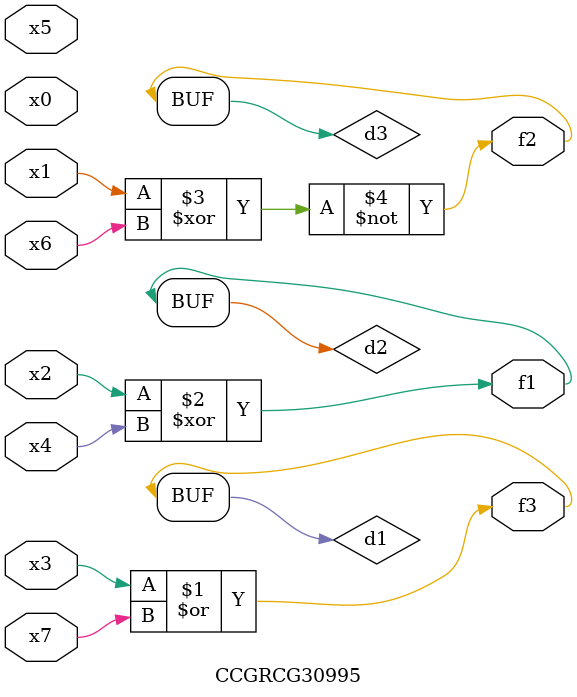
<source format=v>
module CCGRCG30995(
	input x0, x1, x2, x3, x4, x5, x6, x7,
	output f1, f2, f3
);

	wire d1, d2, d3;

	or (d1, x3, x7);
	xor (d2, x2, x4);
	xnor (d3, x1, x6);
	assign f1 = d2;
	assign f2 = d3;
	assign f3 = d1;
endmodule

</source>
